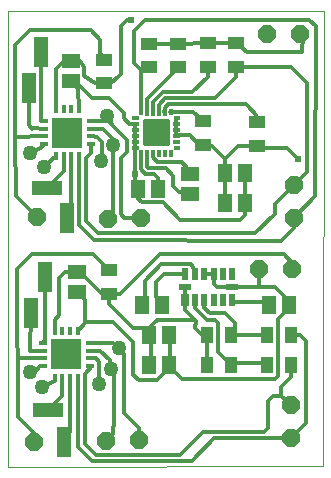
<source format=gtl>
G75*
%MOIN*%
%OFA0B0*%
%FSLAX25Y25*%
%IPPOS*%
%LPD*%
%AMOC8*
5,1,8,0,0,1.08239X$1,22.5*
%
%ADD10C,0.00000*%
%ADD11R,0.05118X0.05906*%
%ADD12R,0.02500X0.03937*%
%ADD13R,0.02362X0.03937*%
%ADD14R,0.03937X0.02362*%
%ADD15R,0.04331X0.05512*%
%ADD16R,0.03150X0.01378*%
%ADD17R,0.09843X0.09843*%
%ADD18R,0.01378X0.03150*%
%ADD19R,0.05512X0.04331*%
%ADD20R,0.05906X0.05118*%
%ADD21OC8,0.06000*%
%ADD22R,0.05000X0.10000*%
%ADD23R,0.10000X0.05000*%
%ADD24C,0.00236*%
%ADD25C,0.00886*%
%ADD26C,0.01200*%
%ADD27C,0.01000*%
%ADD28C,0.00600*%
%ADD29C,0.05000*%
%ADD30C,0.02400*%
D10*
X0020728Y0001000D02*
X0020675Y0152867D01*
X0125931Y0152769D01*
X0125743Y0001103D01*
X0020728Y0001000D01*
D11*
X0065335Y0054908D03*
X0072027Y0054908D03*
X0074307Y0044989D03*
X0067614Y0044989D03*
X0067614Y0034989D03*
X0074307Y0034989D03*
X0107614Y0054989D03*
X0114307Y0054989D03*
X0099602Y0089004D03*
X0092909Y0089004D03*
X0092919Y0098953D03*
X0099612Y0098953D03*
X0070724Y0093529D03*
X0064031Y0093529D03*
D12*
X0079781Y0056468D03*
D13*
X0082931Y0056468D03*
X0086080Y0056468D03*
X0089230Y0056468D03*
X0092380Y0056468D03*
X0095529Y0056468D03*
X0095529Y0065130D03*
X0092380Y0065130D03*
X0089230Y0065130D03*
X0086080Y0065130D03*
X0082931Y0065130D03*
X0079781Y0065130D03*
D14*
X0079781Y0060799D03*
X0095529Y0060799D03*
D15*
X0094897Y0044989D03*
X0087023Y0044989D03*
X0087023Y0034989D03*
X0094897Y0034989D03*
X0107023Y0034989D03*
X0114897Y0034989D03*
X0114897Y0044989D03*
X0107023Y0044989D03*
D16*
X0048381Y0108514D03*
X0048381Y0111073D03*
X0048381Y0113632D03*
X0048381Y0116191D03*
X0032633Y0116191D03*
X0032633Y0113632D03*
X0032633Y0111073D03*
X0032633Y0108514D03*
X0032242Y0042238D03*
X0032242Y0039678D03*
X0032242Y0037119D03*
X0032242Y0034560D03*
X0047990Y0034560D03*
X0047990Y0037119D03*
X0047990Y0039678D03*
X0047990Y0042238D03*
D17*
X0040116Y0038399D03*
X0040507Y0112353D03*
D18*
X0041786Y0120227D03*
X0039227Y0120227D03*
X0036668Y0120227D03*
X0044345Y0120227D03*
X0044345Y0104479D03*
X0041786Y0104479D03*
X0039227Y0104479D03*
X0036668Y0104479D03*
X0036277Y0046273D03*
X0038836Y0046273D03*
X0041396Y0046273D03*
X0043955Y0046273D03*
X0043955Y0030525D03*
X0041396Y0030525D03*
X0038836Y0030525D03*
X0036277Y0030525D03*
D19*
X0054310Y0058684D03*
X0054310Y0066558D03*
X0085638Y0108257D03*
X0085638Y0116131D03*
X0087254Y0134200D03*
X0087254Y0142074D03*
X0077537Y0141992D03*
X0077537Y0134118D03*
X0067853Y0134129D03*
X0067853Y0142003D03*
X0052583Y0136584D03*
X0052583Y0128710D03*
X0096847Y0134173D03*
X0096847Y0142047D03*
X0103589Y0115783D03*
X0103589Y0107909D03*
D20*
X0081528Y0098474D03*
X0081528Y0091781D03*
X0043849Y0065943D03*
X0043849Y0059250D03*
X0041805Y0129623D03*
X0041805Y0136316D03*
D21*
X0030300Y0084072D03*
X0054176Y0083618D03*
X0065132Y0083984D03*
X0104434Y0066804D03*
X0115292Y0066816D03*
X0115939Y0083988D03*
X0116168Y0094892D03*
X0118181Y0145270D03*
X0106971Y0145161D03*
X0115022Y0021425D03*
X0114926Y0010543D03*
X0064435Y0009706D03*
X0053419Y0009599D03*
X0029365Y0009036D03*
D22*
X0039484Y0009269D03*
X0028276Y0052355D03*
X0033154Y0064268D03*
X0040261Y0083818D03*
X0027554Y0127327D03*
X0031753Y0139185D03*
D23*
X0033709Y0093720D03*
X0033934Y0019728D03*
D24*
X0065467Y0104644D02*
X0065467Y0106376D01*
X0065467Y0104644D02*
X0064523Y0104644D01*
X0064523Y0106376D01*
X0065467Y0106376D01*
X0065467Y0104879D02*
X0064523Y0104879D01*
X0064523Y0105114D02*
X0065467Y0105114D01*
X0065467Y0105349D02*
X0064523Y0105349D01*
X0064523Y0105584D02*
X0065467Y0105584D01*
X0065467Y0105819D02*
X0064523Y0105819D01*
X0064523Y0106054D02*
X0065467Y0106054D01*
X0065467Y0106289D02*
X0064523Y0106289D01*
X0063893Y0107007D02*
X0062161Y0107007D01*
X0062161Y0107951D01*
X0063893Y0107951D01*
X0063893Y0107007D01*
X0063893Y0107242D02*
X0062161Y0107242D01*
X0062161Y0107477D02*
X0063893Y0107477D01*
X0063893Y0107712D02*
X0062161Y0107712D01*
X0062161Y0107947D02*
X0063893Y0107947D01*
X0064089Y0108975D02*
X0062161Y0108975D01*
X0062161Y0109919D01*
X0064089Y0109919D01*
X0064089Y0108975D01*
X0064089Y0109210D02*
X0062161Y0109210D01*
X0062161Y0109445D02*
X0064089Y0109445D01*
X0064089Y0109680D02*
X0062161Y0109680D01*
X0062161Y0109915D02*
X0064089Y0109915D01*
X0064089Y0110944D02*
X0062161Y0110944D01*
X0062161Y0111888D01*
X0064089Y0111888D01*
X0064089Y0110944D01*
X0064089Y0111179D02*
X0062161Y0111179D01*
X0062161Y0111414D02*
X0064089Y0111414D01*
X0064089Y0111649D02*
X0062161Y0111649D01*
X0062161Y0111884D02*
X0064089Y0111884D01*
X0064089Y0112912D02*
X0062161Y0112912D01*
X0062161Y0113856D01*
X0064089Y0113856D01*
X0064089Y0112912D01*
X0064089Y0113147D02*
X0062161Y0113147D01*
X0062161Y0113382D02*
X0064089Y0113382D01*
X0064089Y0113617D02*
X0062161Y0113617D01*
X0062161Y0113852D02*
X0064089Y0113852D01*
X0064089Y0114881D02*
X0062161Y0114881D01*
X0062161Y0115825D01*
X0064089Y0115825D01*
X0064089Y0114881D01*
X0064089Y0115116D02*
X0062161Y0115116D01*
X0062161Y0115351D02*
X0064089Y0115351D01*
X0064089Y0115586D02*
X0062161Y0115586D01*
X0062161Y0115821D02*
X0064089Y0115821D01*
X0063893Y0116849D02*
X0062161Y0116849D01*
X0062161Y0117793D01*
X0063893Y0117793D01*
X0063893Y0116849D01*
X0063893Y0117084D02*
X0062161Y0117084D01*
X0062161Y0117319D02*
X0063893Y0117319D01*
X0063893Y0117554D02*
X0062161Y0117554D01*
X0062161Y0117789D02*
X0063893Y0117789D01*
X0064523Y0118424D02*
X0064523Y0120156D01*
X0065467Y0120156D01*
X0065467Y0118424D01*
X0064523Y0118424D01*
X0064523Y0118659D02*
X0065467Y0118659D01*
X0065467Y0118894D02*
X0064523Y0118894D01*
X0064523Y0119129D02*
X0065467Y0119129D01*
X0065467Y0119364D02*
X0064523Y0119364D01*
X0064523Y0119599D02*
X0065467Y0119599D01*
X0065467Y0119834D02*
X0064523Y0119834D01*
X0064523Y0120069D02*
X0065467Y0120069D01*
X0066492Y0120155D02*
X0066492Y0118227D01*
X0066492Y0120155D02*
X0067436Y0120155D01*
X0067436Y0118227D01*
X0066492Y0118227D01*
X0066492Y0118462D02*
X0067436Y0118462D01*
X0067436Y0118697D02*
X0066492Y0118697D01*
X0066492Y0118932D02*
X0067436Y0118932D01*
X0067436Y0119167D02*
X0066492Y0119167D01*
X0066492Y0119402D02*
X0067436Y0119402D01*
X0067436Y0119637D02*
X0066492Y0119637D01*
X0066492Y0119872D02*
X0067436Y0119872D01*
X0067436Y0120107D02*
X0066492Y0120107D01*
X0068460Y0120155D02*
X0068460Y0118227D01*
X0068460Y0120155D02*
X0069404Y0120155D01*
X0069404Y0118227D01*
X0068460Y0118227D01*
X0068460Y0118462D02*
X0069404Y0118462D01*
X0069404Y0118697D02*
X0068460Y0118697D01*
X0068460Y0118932D02*
X0069404Y0118932D01*
X0069404Y0119167D02*
X0068460Y0119167D01*
X0068460Y0119402D02*
X0069404Y0119402D01*
X0069404Y0119637D02*
X0068460Y0119637D01*
X0068460Y0119872D02*
X0069404Y0119872D01*
X0069404Y0120107D02*
X0068460Y0120107D01*
X0070429Y0120155D02*
X0070429Y0118227D01*
X0070429Y0120155D02*
X0071373Y0120155D01*
X0071373Y0118227D01*
X0070429Y0118227D01*
X0070429Y0118462D02*
X0071373Y0118462D01*
X0071373Y0118697D02*
X0070429Y0118697D01*
X0070429Y0118932D02*
X0071373Y0118932D01*
X0071373Y0119167D02*
X0070429Y0119167D01*
X0070429Y0119402D02*
X0071373Y0119402D01*
X0071373Y0119637D02*
X0070429Y0119637D01*
X0070429Y0119872D02*
X0071373Y0119872D01*
X0071373Y0120107D02*
X0070429Y0120107D01*
X0072397Y0120155D02*
X0072397Y0118227D01*
X0072397Y0120155D02*
X0073341Y0120155D01*
X0073341Y0118227D01*
X0072397Y0118227D01*
X0072397Y0118462D02*
X0073341Y0118462D01*
X0073341Y0118697D02*
X0072397Y0118697D01*
X0072397Y0118932D02*
X0073341Y0118932D01*
X0073341Y0119167D02*
X0072397Y0119167D01*
X0072397Y0119402D02*
X0073341Y0119402D01*
X0073341Y0119637D02*
X0072397Y0119637D01*
X0072397Y0119872D02*
X0073341Y0119872D01*
X0073341Y0120107D02*
X0072397Y0120107D01*
X0074366Y0120156D02*
X0074366Y0118424D01*
X0074366Y0120156D02*
X0075310Y0120156D01*
X0075310Y0118424D01*
X0074366Y0118424D01*
X0074366Y0118659D02*
X0075310Y0118659D01*
X0075310Y0118894D02*
X0074366Y0118894D01*
X0074366Y0119129D02*
X0075310Y0119129D01*
X0075310Y0119364D02*
X0074366Y0119364D01*
X0074366Y0119599D02*
X0075310Y0119599D01*
X0075310Y0119834D02*
X0074366Y0119834D01*
X0074366Y0120069D02*
X0075310Y0120069D01*
X0075940Y0117793D02*
X0077672Y0117793D01*
X0077672Y0116849D01*
X0075940Y0116849D01*
X0075940Y0117793D01*
X0075940Y0117084D02*
X0077672Y0117084D01*
X0077672Y0117319D02*
X0075940Y0117319D01*
X0075940Y0117554D02*
X0077672Y0117554D01*
X0077672Y0117789D02*
X0075940Y0117789D01*
X0075744Y0115825D02*
X0077672Y0115825D01*
X0077672Y0114881D01*
X0075744Y0114881D01*
X0075744Y0115825D01*
X0075744Y0115116D02*
X0077672Y0115116D01*
X0077672Y0115351D02*
X0075744Y0115351D01*
X0075744Y0115586D02*
X0077672Y0115586D01*
X0077672Y0115821D02*
X0075744Y0115821D01*
X0075744Y0113856D02*
X0077672Y0113856D01*
X0077672Y0112912D01*
X0075744Y0112912D01*
X0075744Y0113856D01*
X0075744Y0113147D02*
X0077672Y0113147D01*
X0077672Y0113382D02*
X0075744Y0113382D01*
X0075744Y0113617D02*
X0077672Y0113617D01*
X0077672Y0113852D02*
X0075744Y0113852D01*
X0075744Y0111888D02*
X0077672Y0111888D01*
X0077672Y0110944D01*
X0075744Y0110944D01*
X0075744Y0111888D01*
X0075744Y0111179D02*
X0077672Y0111179D01*
X0077672Y0111414D02*
X0075744Y0111414D01*
X0075744Y0111649D02*
X0077672Y0111649D01*
X0077672Y0111884D02*
X0075744Y0111884D01*
X0075744Y0109919D02*
X0077672Y0109919D01*
X0077672Y0108975D01*
X0075744Y0108975D01*
X0075744Y0109919D01*
X0075744Y0109210D02*
X0077672Y0109210D01*
X0077672Y0109445D02*
X0075744Y0109445D01*
X0075744Y0109680D02*
X0077672Y0109680D01*
X0077672Y0109915D02*
X0075744Y0109915D01*
X0075940Y0107951D02*
X0077672Y0107951D01*
X0077672Y0107007D01*
X0075940Y0107007D01*
X0075940Y0107951D01*
X0075940Y0107242D02*
X0077672Y0107242D01*
X0077672Y0107477D02*
X0075940Y0107477D01*
X0075940Y0107712D02*
X0077672Y0107712D01*
X0077672Y0107947D02*
X0075940Y0107947D01*
X0075310Y0106376D02*
X0075310Y0104644D01*
X0074366Y0104644D01*
X0074366Y0106376D01*
X0075310Y0106376D01*
X0075310Y0104879D02*
X0074366Y0104879D01*
X0074366Y0105114D02*
X0075310Y0105114D01*
X0075310Y0105349D02*
X0074366Y0105349D01*
X0074366Y0105584D02*
X0075310Y0105584D01*
X0075310Y0105819D02*
X0074366Y0105819D01*
X0074366Y0106054D02*
X0075310Y0106054D01*
X0075310Y0106289D02*
X0074366Y0106289D01*
X0073341Y0106573D02*
X0073341Y0104645D01*
X0072397Y0104645D01*
X0072397Y0106573D01*
X0073341Y0106573D01*
X0073341Y0104880D02*
X0072397Y0104880D01*
X0072397Y0105115D02*
X0073341Y0105115D01*
X0073341Y0105350D02*
X0072397Y0105350D01*
X0072397Y0105585D02*
X0073341Y0105585D01*
X0073341Y0105820D02*
X0072397Y0105820D01*
X0072397Y0106055D02*
X0073341Y0106055D01*
X0073341Y0106290D02*
X0072397Y0106290D01*
X0072397Y0106525D02*
X0073341Y0106525D01*
X0071373Y0106573D02*
X0071373Y0104645D01*
X0070429Y0104645D01*
X0070429Y0106573D01*
X0071373Y0106573D01*
X0071373Y0104880D02*
X0070429Y0104880D01*
X0070429Y0105115D02*
X0071373Y0105115D01*
X0071373Y0105350D02*
X0070429Y0105350D01*
X0070429Y0105585D02*
X0071373Y0105585D01*
X0071373Y0105820D02*
X0070429Y0105820D01*
X0070429Y0106055D02*
X0071373Y0106055D01*
X0071373Y0106290D02*
X0070429Y0106290D01*
X0070429Y0106525D02*
X0071373Y0106525D01*
X0069404Y0106573D02*
X0069404Y0104645D01*
X0068460Y0104645D01*
X0068460Y0106573D01*
X0069404Y0106573D01*
X0069404Y0104880D02*
X0068460Y0104880D01*
X0068460Y0105115D02*
X0069404Y0105115D01*
X0069404Y0105350D02*
X0068460Y0105350D01*
X0068460Y0105585D02*
X0069404Y0105585D01*
X0069404Y0105820D02*
X0068460Y0105820D01*
X0068460Y0106055D02*
X0069404Y0106055D01*
X0069404Y0106290D02*
X0068460Y0106290D01*
X0068460Y0106525D02*
X0069404Y0106525D01*
X0067436Y0106573D02*
X0067436Y0104645D01*
X0066492Y0104645D01*
X0066492Y0106573D01*
X0067436Y0106573D01*
X0067436Y0104880D02*
X0066492Y0104880D01*
X0066492Y0105115D02*
X0067436Y0105115D01*
X0067436Y0105350D02*
X0066492Y0105350D01*
X0066492Y0105585D02*
X0067436Y0105585D01*
X0067436Y0105820D02*
X0066492Y0105820D01*
X0066492Y0106055D02*
X0067436Y0106055D01*
X0067436Y0106290D02*
X0066492Y0106290D01*
X0066492Y0106525D02*
X0067436Y0106525D01*
D25*
X0065931Y0108414D02*
X0073903Y0108414D01*
X0065931Y0108414D02*
X0065931Y0116386D01*
X0073903Y0116386D01*
X0073903Y0108414D01*
X0073903Y0109299D02*
X0065931Y0109299D01*
X0065931Y0110184D02*
X0073903Y0110184D01*
X0073903Y0111069D02*
X0065931Y0111069D01*
X0065931Y0111954D02*
X0073903Y0111954D01*
X0073903Y0112839D02*
X0065931Y0112839D01*
X0065931Y0113724D02*
X0073903Y0113724D01*
X0073903Y0114609D02*
X0065931Y0114609D01*
X0065931Y0115494D02*
X0073903Y0115494D01*
X0073903Y0116379D02*
X0065931Y0116379D01*
D26*
X0066964Y0119191D02*
X0066960Y0123651D01*
X0075463Y0132033D01*
X0077537Y0134118D01*
X0077537Y0141992D02*
X0087254Y0142074D01*
X0096847Y0142047D01*
X0100213Y0139243D01*
X0118851Y0139319D01*
X0118930Y0144679D01*
X0118181Y0145270D01*
X0121112Y0149937D02*
X0123259Y0147925D01*
X0123086Y0091327D01*
X0115939Y0083988D01*
X0116106Y0080667D01*
X0111587Y0076340D01*
X0049393Y0076448D01*
X0044374Y0081477D01*
X0044441Y0082377D01*
X0044345Y0104479D01*
X0046622Y0103870D02*
X0046608Y0082895D01*
X0050614Y0078774D01*
X0103207Y0078808D01*
X0109727Y0085291D01*
X0109739Y0088494D01*
X0116168Y0094892D01*
X0120445Y0099338D01*
X0120309Y0128913D01*
X0114919Y0134323D01*
X0096847Y0134173D01*
X0096717Y0130771D01*
X0089644Y0123712D01*
X0073152Y0123736D01*
X0070893Y0121464D01*
X0070901Y0119191D01*
X0068932Y0119191D02*
X0068943Y0122575D01*
X0072268Y0125823D01*
X0082131Y0125823D01*
X0087265Y0130810D01*
X0087254Y0134200D01*
X0077537Y0141992D02*
X0067853Y0142003D01*
X0062646Y0146328D02*
X0062765Y0135417D01*
X0065183Y0133070D01*
X0067853Y0134129D01*
X0065183Y0133070D02*
X0064995Y0119290D01*
X0063125Y0115353D02*
X0061066Y0115356D01*
X0059276Y0117137D01*
X0059250Y0118958D01*
X0054496Y0123728D01*
X0048633Y0123718D01*
X0044997Y0127503D01*
X0041805Y0129623D01*
X0044198Y0127033D01*
X0044345Y0120227D01*
X0048381Y0116191D02*
X0053954Y0116113D01*
X0055612Y0114455D01*
X0053584Y0117797D01*
X0055612Y0114455D02*
X0058571Y0111496D01*
X0060279Y0109800D01*
X0060279Y0105760D01*
X0058508Y0103988D01*
X0058485Y0090641D01*
X0058455Y0085042D01*
X0059529Y0083885D01*
X0065132Y0083984D01*
X0065276Y0089108D02*
X0064060Y0090308D01*
X0064031Y0093529D01*
X0063013Y0095744D01*
X0063013Y0101939D01*
X0063027Y0107479D01*
X0063125Y0109447D01*
X0063125Y0111416D01*
X0063125Y0113384D01*
X0063125Y0115353D01*
X0055706Y0110202D02*
X0055645Y0085107D01*
X0054176Y0083618D01*
X0049052Y0071801D02*
X0035144Y0071763D01*
X0028651Y0071781D01*
X0023774Y0066962D01*
X0023820Y0058168D01*
X0023769Y0047361D01*
X0023793Y0044185D01*
X0023875Y0037110D01*
X0026148Y0037137D01*
X0026473Y0037130D01*
X0029881Y0037106D01*
X0032242Y0037119D01*
X0032242Y0034560D02*
X0031508Y0034584D01*
X0029218Y0032265D01*
X0028093Y0032577D01*
X0023875Y0037110D02*
X0023913Y0017690D01*
X0029360Y0012212D01*
X0029365Y0009036D01*
X0033934Y0019728D02*
X0038805Y0024619D01*
X0038836Y0030525D01*
X0041396Y0030525D02*
X0041453Y0012469D01*
X0039484Y0009269D01*
X0043963Y0007621D02*
X0048594Y0003009D01*
X0081949Y0003001D01*
X0089221Y0010507D01*
X0114926Y0010543D01*
X0119991Y0015512D01*
X0119962Y0042828D01*
X0117914Y0044921D01*
X0114897Y0044989D01*
X0110560Y0050089D02*
X0115060Y0054589D01*
X0115060Y0055489D02*
X0110574Y0059941D01*
X0109724Y0060799D01*
X0108287Y0060786D01*
X0095529Y0060799D01*
X0090336Y0060739D01*
X0089253Y0061891D01*
X0089230Y0065130D01*
X0086080Y0065130D01*
X0082931Y0065130D02*
X0082803Y0066789D01*
X0081643Y0068424D01*
X0071853Y0068436D01*
X0066330Y0062917D01*
X0066307Y0055408D01*
X0070178Y0057519D02*
X0070097Y0062491D01*
X0072783Y0065180D01*
X0079781Y0065130D01*
X0079781Y0060799D02*
X0079781Y0056468D01*
X0079790Y0053036D01*
X0083212Y0049607D01*
X0082602Y0049827D01*
X0070468Y0049827D01*
X0070102Y0049534D02*
X0067758Y0047264D01*
X0062225Y0047263D01*
X0054308Y0055221D01*
X0054310Y0058684D01*
X0058059Y0058690D01*
X0071243Y0071701D01*
X0112563Y0071724D01*
X0115230Y0069025D01*
X0115292Y0066816D01*
X0107113Y0056015D02*
X0096081Y0056003D01*
X0095529Y0056468D01*
X0093020Y0052282D02*
X0087888Y0052282D01*
X0086193Y0053978D01*
X0086080Y0056468D01*
X0082931Y0056468D02*
X0082897Y0053830D01*
X0086916Y0049786D01*
X0089740Y0049786D01*
X0090760Y0048774D01*
X0090760Y0039289D01*
X0094360Y0035689D01*
X0095260Y0035689D02*
X0106960Y0035689D01*
X0110560Y0031189D02*
X0110560Y0050089D01*
X0107023Y0044989D02*
X0094897Y0044989D01*
X0096460Y0045589D02*
X0096448Y0048838D01*
X0093020Y0052282D01*
X0087023Y0044989D02*
X0085538Y0045033D01*
X0083181Y0047363D01*
X0083212Y0049607D01*
X0087160Y0044689D02*
X0087160Y0035689D01*
X0079983Y0030202D02*
X0109554Y0030147D01*
X0110560Y0031189D01*
X0114283Y0030120D02*
X0111584Y0027371D01*
X0111585Y0026257D01*
X0111547Y0024518D01*
X0109083Y0024531D01*
X0107292Y0022727D01*
X0107270Y0013733D01*
X0106013Y0012553D01*
X0085674Y0012553D01*
X0084060Y0010902D01*
X0077951Y0004957D01*
X0049904Y0004972D01*
X0046343Y0008492D01*
X0046286Y0011109D01*
X0046304Y0031946D01*
X0048807Y0034394D01*
X0049350Y0037103D02*
X0049966Y0037074D01*
X0051126Y0035913D01*
X0051127Y0029110D01*
X0050886Y0028448D01*
X0054705Y0033560D02*
X0055907Y0032416D01*
X0055888Y0016718D01*
X0055861Y0012024D01*
X0053419Y0009599D01*
X0061789Y0016681D02*
X0059501Y0018914D01*
X0059500Y0038562D01*
X0057228Y0040781D01*
X0055778Y0042247D01*
X0047990Y0042238D01*
X0047990Y0039678D02*
X0051489Y0039697D01*
X0054706Y0036478D01*
X0054705Y0033560D01*
X0062500Y0031695D02*
X0062500Y0042431D01*
X0055803Y0049114D01*
X0046950Y0049103D01*
X0046463Y0049107D02*
X0046467Y0056652D01*
X0043849Y0059250D01*
X0046076Y0064680D02*
X0052118Y0058634D01*
X0054310Y0058684D01*
X0054310Y0066558D02*
X0049052Y0071801D01*
X0046076Y0064680D02*
X0043849Y0065943D01*
X0039678Y0065903D01*
X0037688Y0063886D01*
X0037666Y0051389D01*
X0036279Y0049974D01*
X0036277Y0046273D01*
X0033142Y0043197D02*
X0032242Y0042238D01*
X0033142Y0043197D02*
X0033154Y0064268D01*
X0028276Y0052355D02*
X0028204Y0039629D01*
X0032242Y0039678D01*
X0036436Y0029410D02*
X0032192Y0027512D01*
X0043955Y0030525D02*
X0043963Y0007621D01*
X0061789Y0016681D02*
X0064488Y0013978D01*
X0064529Y0013297D01*
X0064435Y0009706D01*
X0064375Y0029790D02*
X0062500Y0031695D01*
X0064375Y0029790D02*
X0070281Y0029790D01*
X0074550Y0034103D01*
X0074318Y0034547D02*
X0078603Y0030203D01*
X0079983Y0030202D01*
X0074560Y0035689D02*
X0074560Y0044689D01*
X0068260Y0044689D02*
X0068260Y0035689D01*
X0072027Y0054908D02*
X0070178Y0057519D01*
X0077931Y0083306D02*
X0072220Y0089113D01*
X0065276Y0089108D01*
X0070724Y0093529D02*
X0070758Y0097157D01*
X0069467Y0098496D01*
X0066518Y0098496D01*
X0064973Y0100049D01*
X0064995Y0105510D01*
X0066964Y0105609D02*
X0066981Y0100935D01*
X0067411Y0100504D01*
X0073292Y0100504D01*
X0075777Y0098018D01*
X0075730Y0094623D01*
X0077642Y0092662D01*
X0081528Y0091781D01*
X0081528Y0098474D02*
X0080462Y0100696D01*
X0078550Y0102656D01*
X0070423Y0102656D01*
X0068941Y0104091D01*
X0068932Y0105609D01*
X0076708Y0111416D02*
X0081237Y0111454D01*
X0083427Y0109264D01*
X0085638Y0108257D01*
X0088780Y0107876D01*
X0093043Y0103612D01*
X0097212Y0107769D01*
X0103589Y0107909D01*
X0104145Y0107364D02*
X0113663Y0107227D01*
X0117236Y0103600D01*
X0103589Y0115783D02*
X0103527Y0118264D01*
X0100621Y0121190D01*
X0099966Y0121781D01*
X0074039Y0121748D01*
X0072969Y0120690D01*
X0072869Y0119191D01*
X0074838Y0119290D02*
X0082509Y0119307D01*
X0085638Y0116131D01*
X0076806Y0117321D02*
X0076708Y0115353D01*
X0076708Y0113384D01*
X0076708Y0111416D01*
X0093043Y0103612D02*
X0092919Y0098953D01*
X0092923Y0093172D01*
X0092909Y0089004D01*
X0098157Y0083219D02*
X0077931Y0083306D01*
X0098157Y0083219D02*
X0099747Y0084832D01*
X0099602Y0089004D01*
X0099770Y0088153D01*
X0099612Y0098953D01*
X0104434Y0066804D02*
X0104338Y0062524D01*
X0104338Y0060773D01*
X0115060Y0035689D02*
X0115075Y0032077D01*
X0115106Y0030951D01*
X0114283Y0030120D01*
X0111547Y0024518D02*
X0115022Y0021425D01*
X0051772Y0102989D02*
X0052270Y0104864D01*
X0052018Y0104864D02*
X0052018Y0104838D01*
X0052018Y0104864D02*
X0052018Y0109182D01*
X0050317Y0110886D01*
X0048381Y0111073D01*
X0048381Y0108514D02*
X0048356Y0105659D01*
X0046622Y0103870D01*
X0041786Y0104479D02*
X0041695Y0090339D01*
X0041767Y0088244D01*
X0040261Y0083818D01*
X0033709Y0093720D02*
X0039311Y0099371D01*
X0039227Y0104479D01*
X0036574Y0104492D02*
X0032816Y0100894D01*
X0031020Y0106739D02*
X0027927Y0105631D01*
X0031020Y0106739D02*
X0032270Y0107989D01*
X0032633Y0111073D02*
X0023128Y0111005D01*
X0023300Y0091201D01*
X0030300Y0084072D01*
X0023128Y0111005D02*
X0023200Y0141498D01*
X0028060Y0146444D01*
X0048269Y0146411D01*
X0051376Y0143159D01*
X0051390Y0138708D01*
X0052583Y0136584D01*
X0057647Y0131128D02*
X0058526Y0131986D01*
X0058420Y0146861D01*
X0058420Y0147854D01*
X0058520Y0147989D02*
X0060269Y0149783D01*
X0061827Y0149874D01*
X0062646Y0146328D02*
X0066271Y0149838D01*
X0121112Y0149937D01*
X0057647Y0131128D02*
X0055145Y0128745D01*
X0052583Y0128710D01*
X0049856Y0128959D01*
X0046187Y0131329D01*
X0046091Y0134365D01*
X0044619Y0136064D01*
X0041805Y0136316D01*
X0039322Y0136064D01*
X0036673Y0133415D01*
X0036668Y0120227D01*
X0032633Y0116191D02*
X0031753Y0116191D01*
X0031753Y0139185D01*
X0027554Y0127327D02*
X0027554Y0114891D01*
X0028675Y0113662D01*
X0029253Y0113705D01*
X0032633Y0113632D01*
X0048381Y0113632D02*
X0052264Y0113543D01*
X0055706Y0110202D01*
X0046462Y0048779D02*
X0043955Y0046273D01*
D27*
X0046462Y0048779D02*
X0046463Y0049107D01*
X0047990Y0034560D02*
X0048807Y0034394D01*
X0065335Y0054908D02*
X0066307Y0055408D01*
X0070468Y0049827D02*
X0070102Y0049534D01*
X0067758Y0047264D02*
X0067614Y0044989D01*
X0068260Y0044689D01*
X0074307Y0044989D02*
X0074560Y0044689D01*
X0074560Y0035689D02*
X0074307Y0034989D01*
X0074318Y0034547D01*
X0076383Y0032514D01*
X0068260Y0035689D02*
X0067614Y0034989D01*
X0087023Y0034989D02*
X0087160Y0035689D01*
X0087160Y0044689D02*
X0087023Y0044989D01*
X0094897Y0044989D02*
X0094897Y0045589D01*
X0096460Y0045589D01*
X0095260Y0035689D02*
X0094897Y0034989D01*
X0094360Y0035689D01*
X0106960Y0035689D02*
X0107023Y0034989D01*
X0114897Y0034989D02*
X0115060Y0035689D01*
X0115060Y0044689D02*
X0114897Y0044989D01*
X0115060Y0054589D02*
X0114307Y0054989D01*
X0115060Y0055489D01*
X0108287Y0060786D02*
X0104338Y0060773D01*
X0107113Y0056015D02*
X0106960Y0055489D01*
X0107614Y0054989D01*
D28*
X0074307Y0034989D02*
X0074550Y0034103D01*
X0057828Y0040578D02*
X0057150Y0040703D01*
X0057228Y0040781D01*
X0055075Y0033660D02*
X0054705Y0033560D01*
X0049350Y0037103D02*
X0048150Y0037103D01*
X0047990Y0037119D01*
X0046950Y0049103D02*
X0046463Y0049107D01*
X0036750Y0030503D02*
X0036277Y0030525D01*
X0036750Y0030503D02*
X0036436Y0029410D01*
X0063013Y0095744D02*
X0062895Y0098614D01*
X0055854Y0108330D02*
X0055706Y0110202D01*
X0052270Y0104864D02*
X0052018Y0104864D01*
X0036668Y0104479D02*
X0036645Y0104864D01*
X0036574Y0104492D01*
X0032270Y0107989D02*
X0032633Y0108514D01*
X0058420Y0147854D02*
X0058520Y0147989D01*
X0103589Y0107909D02*
X0104145Y0107364D01*
D29*
X0055854Y0108330D03*
X0051772Y0102989D03*
X0053584Y0117797D03*
X0032816Y0100894D03*
X0027927Y0105631D03*
X0057828Y0040578D03*
X0055075Y0033660D03*
X0050886Y0028448D03*
X0032192Y0027512D03*
X0028093Y0032577D03*
D30*
X0062895Y0098614D03*
X0061827Y0149874D03*
X0117236Y0103600D03*
M02*

</source>
